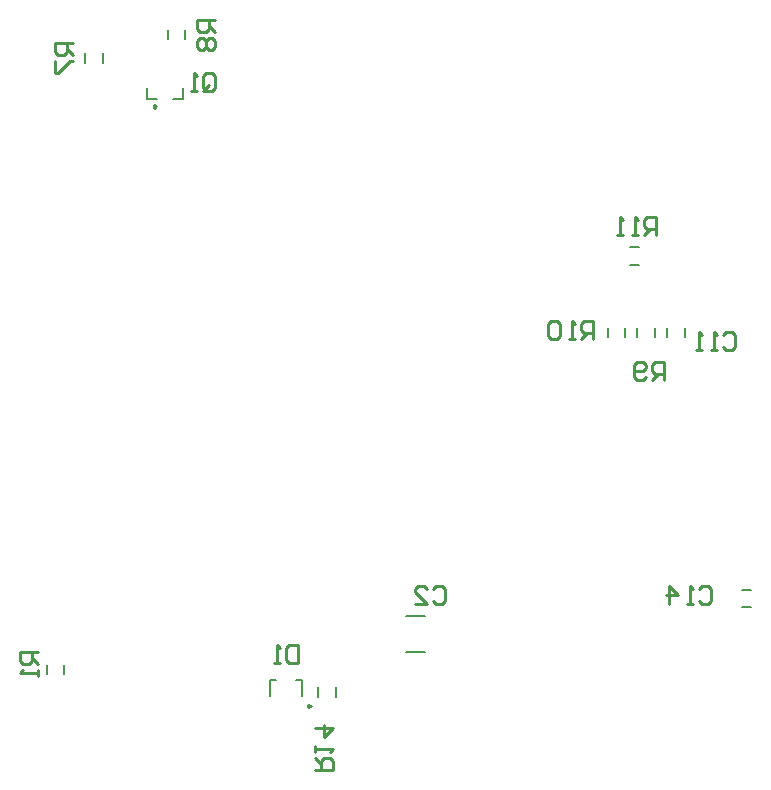
<source format=gbo>
G04 Layer_Color=32896*
%FSLAX25Y25*%
%MOIN*%
G70*
G01*
G75*
%ADD36C,0.00787*%
%ADD37C,0.00984*%
%ADD39C,0.01000*%
D36*
X233268Y153937D02*
Y157087D01*
X239173Y153937D02*
Y157087D01*
X219488Y153937D02*
Y157087D01*
X213583Y153937D02*
Y157087D01*
X223425Y153937D02*
Y157087D01*
X229331Y153937D02*
Y157087D01*
X258268Y63976D02*
X261417D01*
X258268Y69882D02*
X261417D01*
X26575Y41732D02*
Y44882D01*
X32480Y41732D02*
Y44882D01*
X45276Y245472D02*
Y248622D01*
X39370Y245472D02*
Y248622D01*
X72835Y253346D02*
Y256496D01*
X66929Y253346D02*
Y256496D01*
X68701Y233465D02*
X71850D01*
Y237008D01*
X60039Y233465D02*
X63189D01*
X60039D02*
Y237008D01*
X220866Y178150D02*
X224016D01*
X220866Y184055D02*
X224016D01*
X146457Y49016D02*
X152756D01*
X146457Y61221D02*
X152756D01*
X101083Y34547D02*
Y39862D01*
X111516Y34547D02*
Y39862D01*
X109744D02*
X111529D01*
X101083D02*
X102854D01*
X123031Y34154D02*
Y37303D01*
X117126Y34154D02*
Y37303D01*
D37*
X63090Y230906D02*
X62352Y231332D01*
Y230479D01*
X63090Y230906D01*
X114567Y31004D02*
X113829Y31430D01*
Y30578D01*
X114567Y31004D01*
D39*
X252146Y154605D02*
X253146Y155604D01*
X255145D01*
X256145Y154605D01*
Y150606D01*
X255145Y149606D01*
X253146D01*
X252146Y150606D01*
X250147Y149606D02*
X248147D01*
X249147D01*
Y155604D01*
X250147Y154605D01*
X245148Y149606D02*
X243149D01*
X244149D01*
Y155604D01*
X245148Y154605D01*
X208661Y153543D02*
Y159541D01*
X205662D01*
X204663Y158542D01*
Y156542D01*
X205662Y155543D01*
X208661D01*
X206662D02*
X204663Y153543D01*
X202663D02*
X200664D01*
X201664D01*
Y159541D01*
X202663Y158542D01*
X197665D02*
X196665Y159541D01*
X194666D01*
X193666Y158542D01*
Y154543D01*
X194666Y153543D01*
X196665D01*
X197665Y154543D01*
Y158542D01*
X232283Y139764D02*
Y145762D01*
X229284D01*
X228285Y144762D01*
Y142763D01*
X229284Y141763D01*
X232283D01*
X230284D02*
X228285Y139764D01*
X226285Y140763D02*
X225286Y139764D01*
X223286D01*
X222287Y140763D01*
Y144762D01*
X223286Y145762D01*
X225286D01*
X226285Y144762D01*
Y143763D01*
X225286Y142763D01*
X222287D01*
X244033Y69959D02*
X245033Y70959D01*
X247032D01*
X248031Y69959D01*
Y65960D01*
X247032Y64961D01*
X245033D01*
X244033Y65960D01*
X242033Y64961D02*
X240034D01*
X241034D01*
Y70959D01*
X242033Y69959D01*
X234036Y64961D02*
Y70959D01*
X237035Y67960D01*
X233036D01*
X23622Y49213D02*
X17624D01*
Y46214D01*
X18624Y45214D01*
X20623D01*
X21623Y46214D01*
Y49213D01*
Y47213D02*
X23622Y45214D01*
Y43214D02*
Y41215D01*
Y42215D01*
X17624D01*
X18624Y43214D01*
X35433Y251969D02*
X29435D01*
Y248970D01*
X30435Y247970D01*
X32434D01*
X33434Y248970D01*
Y251969D01*
Y249969D02*
X35433Y247970D01*
X29435Y245970D02*
Y241972D01*
X30435D01*
X34433Y245970D01*
X35433D01*
X82677Y259842D02*
X76679D01*
Y256843D01*
X77679Y255844D01*
X79678D01*
X80678Y256843D01*
Y259842D01*
Y257843D02*
X82677Y255844D01*
X77679Y253844D02*
X76679Y252845D01*
Y250845D01*
X77679Y249846D01*
X78679D01*
X79678Y250845D01*
X80678Y249846D01*
X81678D01*
X82677Y250845D01*
Y252845D01*
X81678Y253844D01*
X80678D01*
X79678Y252845D01*
X78679Y253844D01*
X77679D01*
X79678Y252845D02*
Y250845D01*
X78679Y237220D02*
Y241219D01*
X79678Y242218D01*
X81678D01*
X82677Y241219D01*
Y237220D01*
X81678Y236221D01*
X79678D01*
X80678Y238220D02*
X78679Y236221D01*
X79678D02*
X78679Y237220D01*
X76679Y236221D02*
X74680D01*
X75679D01*
Y242218D01*
X76679Y241219D01*
X155452Y70194D02*
X156451Y71194D01*
X158451D01*
X159450Y70194D01*
Y66196D01*
X158451Y65196D01*
X156451D01*
X155452Y66196D01*
X149454Y65196D02*
X153452D01*
X149454Y69195D01*
Y70194D01*
X150453Y71194D01*
X152453D01*
X153452Y70194D01*
X229518Y188028D02*
Y194026D01*
X226519D01*
X225519Y193026D01*
Y191027D01*
X226519Y190027D01*
X229518D01*
X227519D02*
X225519Y188028D01*
X223520D02*
X221521D01*
X222520D01*
Y194026D01*
X223520Y193026D01*
X218522Y188028D02*
X216522D01*
X217522D01*
Y194026D01*
X218522Y193026D01*
X116142Y9843D02*
X122140D01*
Y12842D01*
X121140Y13841D01*
X119141D01*
X118141Y12842D01*
Y9843D01*
Y11842D02*
X116142Y13841D01*
Y15841D02*
Y17840D01*
Y16840D01*
X122140D01*
X121140Y15841D01*
X116142Y23838D02*
X122140D01*
X119141Y20839D01*
Y24838D01*
X110236Y51274D02*
Y45276D01*
X107237D01*
X106237Y46275D01*
Y50274D01*
X107237Y51274D01*
X110236D01*
X104238Y45276D02*
X102239D01*
X103238D01*
Y51274D01*
X104238Y50274D01*
M02*

</source>
